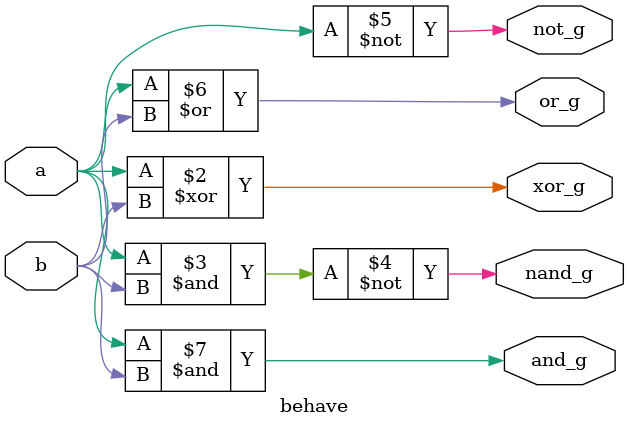
<source format=v>
`timescale 1ns / 1ps

module behave(
    input a, 
    input b, 
    output reg xor_g,
    output reg nand_g, 
    output reg not_g, 
    output reg or_g, 
    output reg and_g
);
    always @(*) begin
        xor_g = a ^ b;
        nand_g = ~(a & b);
        not_g = ~a;
        or_g = a | b;
        and_g = a & b;
    end
endmodule

</source>
